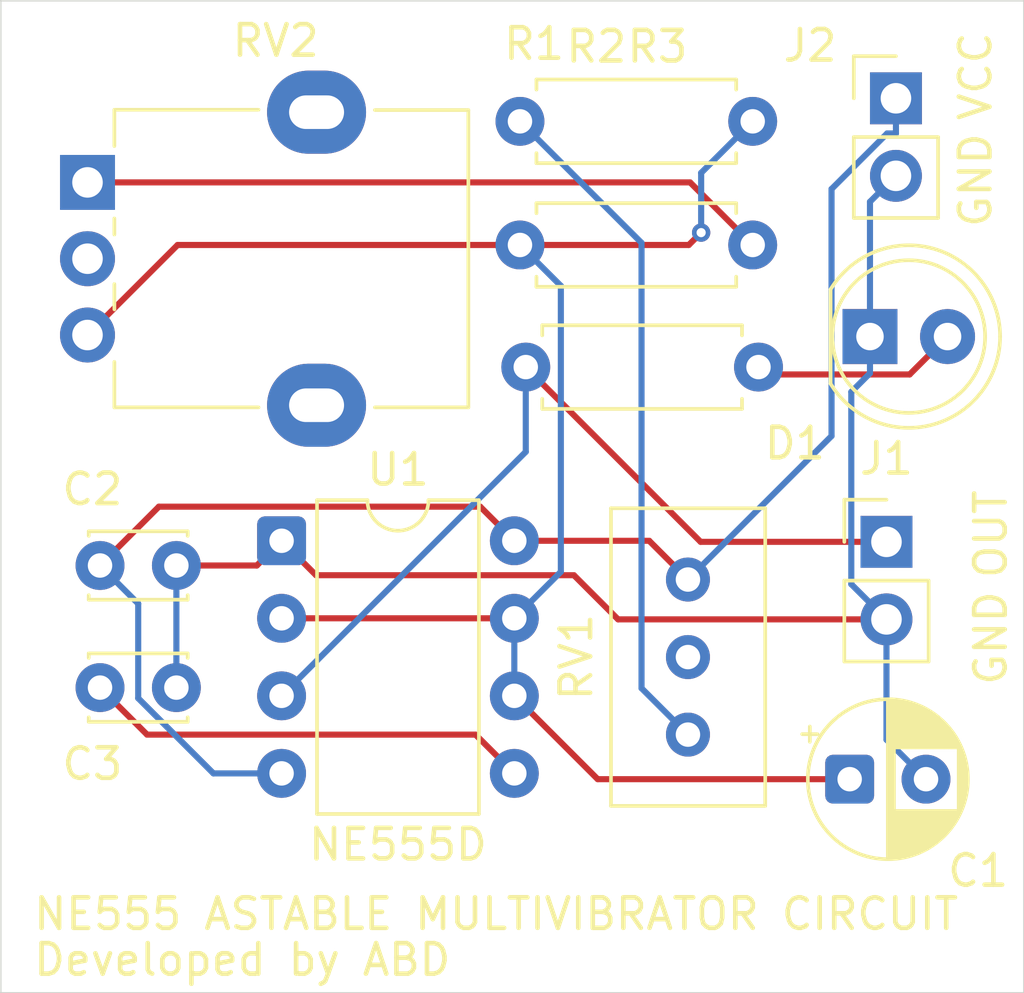
<source format=kicad_pcb>
(kicad_pcb (version 20241229) (generator "pcbnew") (generator_version "9.0")
  (layers (0 "F.Cu" signal) (2 "B.Cu" signal) (13 "F.Paste" user) (15 "B.Paste" user) (5 "F.SilkS" user "F.Silkscreen") (7 "B.SilkS" user "B.Silkscreen") (1 "F.Mask" user) (3 "B.Mask" user) (25 "Edge.Cuts" user))
  (net 0 "")
  (net 1 "GND")
  (net 2 "Net-(U1-DIS)")
  (net 3 "VCC")
  (net 4 "Net-(U1-CV)")
  (net 5 "Net-(R1-Pad1)")
  (net 6 "Net-(R2-Pad2)")
  (net 7 "Out")
  (net 10 "Net-(D1-A)")
  (footprint "Resistor_THT:R_Axial_DIN0207_L6.3mm_D2.5mm_P7.62mm_Horizontal" (layer "F.Cu") (at 131 83.5)
    (property "Reference" "R2" (at 2.5 -6.5 0) (layer "F.SilkS"))
    (property "Value" "1kohm" (hide yes))
    (fp_line (start 0.54 -1.37) (end 7.08 -1.37) (stroke (width 0.12)) (layer "F.SilkS"))
    (fp_line (start 0.54 -1.04) (end 0.54 -1.37) (stroke (width 0.12)) (layer "F.SilkS"))
    (fp_line (start 0.54 1.04) (end 0.54 1.37) (stroke (width 0.12)) (layer "F.SilkS"))
    (fp_line (start 0.54 1.37) (end 7.08 1.37) (stroke (width 0.12)) (layer "F.SilkS"))
    (fp_line (start 7.08 -1.37) (end 7.08 -1.04) (stroke (width 0.12)) (layer "F.SilkS"))
    (fp_line (start 7.08 1.37) (end 7.08 1.04) (stroke (width 0.12)) (layer "F.SilkS"))
    (pad "1" thru_hole circle (at 0 0) (size 1.6 1.6) (drill 0.8) (layers "*.Cu" "*.Mask") (net 2 "Net-(U1-DIS)"))
    (pad "2" thru_hole circle (at 7.62 0) (size 1.6 1.6) (drill 0.8) (layers "*.Cu" "*.Mask") (net 6 "Net-(R2-Pad2)"))
  )
  (footprint "Potentiometer_THT:Potentiometer_Bourns_3296W_Vertical" (layer "F.Cu") (at 136.5 94.46 90)
    (property "Reference" "RV1" (at -2.54 -3.66 90) (layer "F.SilkS"))
    (property "Value" "R_Potentiometer_Trim" (hide yes))
    (fp_line (start 2.335 -2.52) (end 2.335 2.53) (stroke (width 0.12)) (layer "F.SilkS"))
    (fp_line (start -7.415 -2.52) (end 2.335 -2.52) (stroke (width 0.12)) (layer "F.SilkS"))
    (fp_line (start 2.335 2.53) (end -7.415 2.53) (stroke (width 0.12)) (layer "F.SilkS"))
    (fp_line (start -7.415 2.53) (end -7.415 -2.52) (stroke (width 0.12)) (layer "F.SilkS"))
    (pad "1" thru_hole circle (at 0 0 90) (size 1.44 1.44) (drill 0.8) (layers "*.Cu" "*.Mask") (net 3 "VCC"))
    (pad "2" thru_hole circle (at -2.54 0 90) (size 1.44 1.44) (drill 0.8) (layers "*.Cu" "*.Mask"))
    (pad "3" thru_hole circle (at -5.08 0 90) (size 1.44 1.44) (drill 0.8) (layers "*.Cu" "*.Mask") (net 5 "Net-(R1-Pad1)"))
  )
  (footprint "Package_DIP:DIP-8_W7.62mm" (layer "F.Cu") (at 123.195 93.19)
    (property "Reference" "U1" (at 3.81 -2.33 0) (layer "F.SilkS"))
    (property "Value" "NE555D" (at 3.81 9.95 0) (layer "F.SilkS"))
    (fp_line (start 1.16 -1.33) (end 1.16 8.95) (stroke (width 0.12)) (layer "F.SilkS"))
    (fp_line (start 1.16 8.95) (end 6.46 8.95) (stroke (width 0.12)) (layer "F.SilkS"))
    (fp_line (start 2.81 -1.33) (end 1.16 -1.33) (stroke (width 0.12)) (layer "F.SilkS"))
    (fp_line (start 6.46 -1.33) (end 4.81 -1.33) (stroke (width 0.12)) (layer "F.SilkS"))
    (fp_line (start 6.46 8.95) (end 6.46 -1.33) (stroke (width 0.12)) (layer "F.SilkS"))
    (fp_arc (start 4.81 -1.33) (mid 3.81 -0.33) (end 2.81 -1.33) (stroke (width 0.12)) (layer "F.SilkS"))
    (pad "1" thru_hole roundrect (at 0 0) (size 1.6 1.6) (drill 0.8) (layers "*.Cu" "*.Mask") (roundrect_rratio 0.15625) (net 1 "GND"))
    (pad "2" thru_hole circle (at 0 2.54) (size 1.6 1.6) (drill 0.8) (layers "*.Cu" "*.Mask") (net 2 "Net-(U1-DIS)"))
    (pad "3" thru_hole circle (at 0 5.08) (size 1.6 1.6) (drill 0.8) (layers "*.Cu" "*.Mask") (net 7 "Out"))
    (pad "4" thru_hole circle (at 0 7.62) (size 1.6 1.6) (drill 0.8) (layers "*.Cu" "*.Mask") (net 3 "VCC"))
    (pad "5" thru_hole circle (at 7.62 7.62) (size 1.6 1.6) (drill 0.8) (layers "*.Cu" "*.Mask") (net 4 "Net-(U1-CV)"))
    (pad "6" thru_hole circle (at 7.62 5.08) (size 1.6 1.6) (drill 0.8) (layers "*.Cu" "*.Mask") (net 2 "Net-(U1-DIS)"))
    (pad "7" thru_hole circle (at 7.62 2.54) (size 1.6 1.6) (drill 0.8) (layers "*.Cu" "*.Mask") (net 2 "Net-(U1-DIS)"))
    (pad "8" thru_hole circle (at 7.62 0) (size 1.6 1.6) (drill 0.8) (layers "*.Cu" "*.Mask") (net 3 "VCC"))
  )
  (footprint "Capacitor_THT:C_Disc_D3.0mm_W2.0mm_P2.50mm" (layer "F.Cu") (at 117.25 98)
    (property "Reference" "C3" (at -0.25 2.5 0) (layer "F.SilkS"))
    (property "Value" "10nF" (hide yes))
    (fp_line (start -0.37 -1.12) (end 2.87 -1.12) (stroke (width 0.12)) (layer "F.SilkS"))
    (fp_line (start -0.37 -0.972) (end -0.37 -1.12) (stroke (width 0.12)) (layer "F.SilkS"))
    (fp_line (start -0.37 1.12) (end -0.37 0.972) (stroke (width 0.12)) (layer "F.SilkS"))
    (fp_line (start 2.87 -1.12) (end 2.87 -0.972) (stroke (width 0.12)) (layer "F.SilkS"))
    (fp_line (start 2.87 0.972) (end 2.87 1.12) (stroke (width 0.12)) (layer "F.SilkS"))
    (fp_line (start 2.87 1.12) (end -0.37 1.12) (stroke (width 0.12)) (layer "F.SilkS"))
    (pad "1" thru_hole circle (at 0 0) (size 1.6 1.6) (drill 0.8) (layers "*.Cu" "*.Mask") (net 4 "Net-(U1-CV)"))
    (pad "2" thru_hole circle (at 2.5 0) (size 1.6 1.6) (drill 0.8) (layers "*.Cu" "*.Mask") (net 1 "GND"))
  )
  (footprint "Connector_PinHeader_2.54mm:PinHeader_1x02_P2.54mm_Vertical" (layer "F.Cu") (at 143 93.225)
    (property "Reference" "J1" (at 0 -2.725 0) (layer "F.SilkS"))
    (property "Value" "Conn_01x02_Pin" (hide yes))
    (fp_line (start -1.38 -1.38) (end 0 -1.38) (stroke (width 0.12)) (layer "F.SilkS"))
    (fp_line (start -1.38 0) (end -1.38 -1.38) (stroke (width 0.12)) (layer "F.SilkS"))
    (fp_line (start -1.38 1.27) (end -1.38 3.92) (stroke (width 0.12)) (layer "F.SilkS"))
    (fp_line (start -1.38 1.27) (end 1.38 1.27) (stroke (width 0.12)) (layer "F.SilkS"))
    (fp_line (start -1.38 3.92) (end 1.38 3.92) (stroke (width 0.12)) (layer "F.SilkS"))
    (fp_line (start 1.38 1.27) (end 1.38 3.92) (stroke (width 0.12)) (layer "F.SilkS"))
    (pad "1" thru_hole rect (at 0 0) (size 1.7 1.7) (drill 1) (layers "*.Cu" "*.Mask") (net 7 "Out"))
    (pad "2" thru_hole circle (at 0 2.54) (size 1.7 1.7) (drill 1) (layers "*.Cu" "*.Mask") (net 1 "GND"))
  )
  (footprint "LED_THT:LED_D5.0mm" (layer "F.Cu") (at 142.46 86.5)
    (property "Reference" "D1" (at -2.46 3.5 0) (layer "F.SilkS"))
    (property "Value" "LED")
    (fp_line (start -1.29 -1.545) (end -1.29 1.545) (stroke (width 0.12)) (layer "F.SilkS"))
    (fp_arc (start -1.29 -1.54483) (mid 2.071779 -2.880495) (end 4.26 0) (stroke (width 0.12)) (layer "F.SilkS"))
    (fp_arc (start 4.26 0) (mid 2.071779 2.880495) (end -1.29 1.54483) (stroke (width 0.12)) (layer "F.SilkS"))
    (fp_circle (center 1.27 0) (end 3.77 0) (stroke (width 0.12)) (fill no) (layer "F.SilkS"))
    (pad "1" thru_hole rect (at 0 0) (size 1.8 1.8) (drill 0.9) (layers "*.Cu" "*.Mask") (net 1 "GND"))
    (pad "2" thru_hole circle (at 2.54 0) (size 1.8 1.8) (drill 0.9) (layers "*.Cu" "*.Mask") (net 10 "Net-(D1-A)"))
  )
  (footprint "Capacitor_THT:CP_Radial_D5.0mm_P2.50mm" (layer "F.Cu") (at 141.7949 101)
    (property "Reference" "C1" (at 4.2051 3 0) (layer "F.SilkS"))
    (property "Value" "10nF" (hide yes))
    (fp_line (start -1.554775 -1.475) (end -1.054775 -1.475) (stroke (width 0.12)) (layer "F.SilkS"))
    (fp_line (start -1.304775 -1.725) (end -1.304775 -1.225) (stroke (width 0.12)) (layer "F.SilkS"))
    (fp_line (start 1.25 -2.58) (end 1.25 2.58) (stroke (width 0.12)) (layer "F.SilkS"))
    (fp_line (start 1.29 -2.58) (end 1.29 2.58) (stroke (width 0.12)) (layer "F.SilkS"))
    (fp_line (start 1.33 -2.579) (end 1.33 2.579) (stroke (width 0.12)) (layer "F.SilkS"))
    (fp_line (start 1.37 -2.577) (end 1.37 2.577) (stroke (width 0.12)) (layer "F.SilkS"))
    (fp_line (start 1.41 -2.575) (end 1.41 2.575) (stroke (width 0.12)) (layer "F.SilkS"))
    (fp_line (start 1.45 -2.572) (end 1.45 2.572) (stroke (width 0.12)) (layer "F.SilkS"))
    (fp_line (start 1.49 -2.569) (end 1.49 -1.04) (stroke (width 0.12)) (layer "F.SilkS"))
    (fp_line (start 1.49 1.04) (end 1.49 2.569) (stroke (width 0.12)) (layer "F.SilkS"))
    (fp_line (start 1.53 -2.565) (end 1.53 -1.04) (stroke (width 0.12)) (layer "F.SilkS"))
    (fp_line (start 1.53 1.04) (end 1.53 2.565) (stroke (width 0.12)) (layer "F.SilkS"))
    (fp_line (start 1.57 -2.56) (end 1.57 -1.04) (stroke (width 0.12)) (layer "F.SilkS"))
    (fp_line (start 1.57 1.04) (end 1.57 2.56) (stroke (width 0.12)) (layer "F.SilkS"))
    (fp_line (start 1.61 -2.555) (end 1.61 -1.04) (stroke (width 0.12)) (layer "F.SilkS"))
    (fp_line (start 1.61 1.04) (end 1.61 2.555) (stroke (width 0.12)) (layer "F.SilkS"))
    (fp_line (start 1.65 -2.549) (end 1.65 -1.04) (stroke (width 0.12)) (layer "F.SilkS"))
    (fp_line (start 1.65 1.04) (end 1.65 2.549) (stroke (width 0.12)) (layer "F.SilkS"))
    (fp_line (start 1.69 -2.543) (end 1.69 -1.04) (stroke (width 0.12)) (layer "F.SilkS"))
    (fp_line (start 1.69 1.04) (end 1.69 2.543) (stroke (width 0.12)) (layer "F.SilkS"))
    (fp_line (start 1.73 -2.536) (end 1.73 -1.04) (stroke (width 0.12)) (layer "F.SilkS"))
    (fp_line (start 1.73 1.04) (end 1.73 2.536) (stroke (width 0.12)) (layer "F.SilkS"))
    (fp_line (start 1.77 -2.528) (end 1.77 -1.04) (stroke (width 0.12)) (layer "F.SilkS"))
    (fp_line (start 1.77 1.04) (end 1.77 2.528) (stroke (width 0.12)) (layer "F.SilkS"))
    (fp_line (start 1.81 -2.519) (end 1.81 -1.04) (stroke (width 0.12)) (layer "F.SilkS"))
    (fp_line (start 1.81 1.04) (end 1.81 2.519) (stroke (width 0.12)) (layer "F.SilkS"))
    (fp_line (start 1.85 -2.51) (end 1.85 -1.04) (stroke (width 0.12)) (layer "F.SilkS"))
    (fp_line (start 1.85 1.04) (end 1.85 2.51) (stroke (width 0.12)) (layer "F.SilkS"))
    (fp_line (start 1.89 -2.501) (end 1.89 -1.04) (stroke (width 0.12)) (layer "F.SilkS"))
    (fp_line (start 1.89 1.04) (end 1.89 2.501) (stroke (width 0.12)) (layer "F.SilkS"))
    (fp_line (start 1.93 -2.49) (end 1.93 -1.04) (stroke (width 0.12)) (layer "F.SilkS"))
    (fp_line (start 1.93 1.04) (end 1.93 2.49) (stroke (width 0.12)) (layer "F.SilkS"))
    (fp_line (start 1.97 -2.479) (end 1.97 -1.04) (stroke (width 0.12)) (layer "F.SilkS"))
    (fp_line (start 1.97 1.04) (end 1.97 2.479) (stroke (width 0.12)) (layer "F.SilkS"))
    (fp_line (start 2.01 -2.467) (end 2.01 -1.04) (stroke (width 0.12)) (layer "F.SilkS"))
    (fp_line (start 2.01 1.04) (end 2.01 2.467) (stroke (width 0.12)) (layer "F.SilkS"))
    (fp_line (start 2.05 -2.455) (end 2.05 -1.04) (stroke (width 0.12)) (layer "F.SilkS"))
    (fp_line (start 2.05 1.04) (end 2.05 2.455) (stroke (width 0.12)) (layer "F.SilkS"))
    (fp_line (start 2.09 -2.442) (end 2.09 -1.04) (stroke (width 0.12)) (layer "F.SilkS"))
    (fp_line (start 2.09 1.04) (end 2.09 2.442) (stroke (width 0.12)) (layer "F.SilkS"))
    (fp_line (start 2.13 -2.428) (end 2.13 -1.04) (stroke (width 0.12)) (layer "F.SilkS"))
    (fp_line (start 2.13 1.04) (end 2.13 2.428) (stroke (width 0.12)) (layer "F.SilkS"))
    (fp_line (start 2.17 -2.413) (end 2.17 -1.04) (stroke (width 0.12)) (layer "F.SilkS"))
    (fp_line (start 2.17 1.04) (end 2.17 2.413) (stroke (width 0.12)) (layer "F.SilkS"))
    (fp_line (start 2.21 -2.398) (end 2.21 -1.04) (stroke (width 0.12)) (layer "F.SilkS"))
    (fp_line (start 2.21 1.04) (end 2.21 2.398) (stroke (width 0.12)) (layer "F.SilkS"))
    (fp_line (start 2.25 -2.382) (end 2.25 -1.04) (stroke (width 0.12)) (layer "F.SilkS"))
    (fp_line (start 2.25 1.04) (end 2.25 2.382) (stroke (width 0.12)) (layer "F.SilkS"))
    (fp_line (start 2.29 -2.365) (end 2.29 -1.04) (stroke (width 0.12)) (layer "F.SilkS"))
    (fp_line (start 2.29 1.04) (end 2.29 2.365) (stroke (width 0.12)) (layer "F.SilkS"))
    (fp_line (start 2.33 -2.347) (end 2.33 -1.04) (stroke (width 0.12)) (layer "F.SilkS"))
    (fp_line (start 2.33 1.04) (end 2.33 2.347) (stroke (width 0.12)) (layer "F.SilkS"))
    (fp_line (start 2.37 -2.329) (end 2.37 -1.04) (stroke (width 0.12)) (layer "F.SilkS"))
    (fp_line (start 2.37 1.04) (end 2.37 2.329) (stroke (width 0.12)) (layer "F.SilkS"))
    (fp_line (start 2.41 -2.309) (end 2.41 -1.04) (stroke (width 0.12)) (layer "F.SilkS"))
    (fp_line (start 2.41 1.04) (end 2.41 2.309) (stroke (width 0.12)) (layer "F.SilkS"))
    (fp_line (start 2.45 -2.289) (end 2.45 -1.04) (stroke (width 0.12)) (layer "F.SilkS"))
    (fp_line (start 2.45 1.04) (end 2.45 2.289) (stroke (width 0.12)) (layer "F.SilkS"))
    (fp_line (start 2.49 -2.268) (end 2.49 -1.04) (stroke (width 0.12)) (layer "F.SilkS"))
    (fp_line (start 2.49 1.04) (end 2.49 2.268) (stroke (width 0.12)) (layer "F.SilkS"))
    (fp_line (start 2.53 -2.246) (end 2.53 -1.04) (stroke (width 0.12)) (layer "F.SilkS"))
    (fp_line (start 2.53 1.04) (end 2.53 2.246) (stroke (width 0.12)) (layer "F.SilkS"))
    (fp_line (start 2.57 -2.223) (end 2.57 -1.04) (stroke (width 0.12)) (layer "F.SilkS"))
    (fp_line (start 2.57 1.04) (end 2.57 2.223) (stroke (width 0.12)) (layer "F.SilkS"))
    (fp_line (start 2.61 -2.199) (end 2.61 -1.04) (stroke (width 0.12)) (layer "F.SilkS"))
    (fp_line (start 2.61 1.04) (end 2.61 2.199) (stroke (width 0.12)) (layer "F.SilkS"))
    (fp_line (start 2.65 -2.175) (end 2.65 -1.04) (stroke (width 0.12)) (layer "F.SilkS"))
    (fp_line (start 2.65 1.04) (end 2.65 2.175) (stroke (width 0.12)) (layer "F.SilkS"))
    (fp_line (start 2.69 -2.149) (end 2.69 -1.04) (stroke (width 0.12)) (layer "F.SilkS"))
    (fp_line (start 2.69 1.04) (end 2.69 2.149) (stroke (width 0.12)) (layer "F.SilkS"))
    (fp_line (start 2.73 -2.122) (end 2.73 -1.04) (stroke (width 0.12)) (layer "F.SilkS"))
    (fp_line (start 2.73 1.04) (end 2.73 2.122) (stroke (width 0.12)) (layer "F.SilkS"))
    (fp_line (start 2.77 -2.094) (end 2.77 -1.04) (stroke (width 0.12)) (layer "F.SilkS"))
    (fp_line (start 2.77 1.04) (end 2.77 2.094) (stroke (width 0.12)) (layer "F.SilkS"))
    (fp_line (start 2.81 -2.065) (end 2.81 -1.04) (stroke (width 0.12)) (layer "F.SilkS"))
    (fp_line (start 2.81 1.04) (end 2.81 2.065) (stroke (width 0.12)) (layer "F.SilkS"))
    (fp_line (start 2.85 -2.035) (end 2.85 -1.04) (stroke (width 0.12)) (layer "F.SilkS"))
    (fp_line (start 2.85 1.04) (end 2.85 2.035) (stroke (width 0.12)) (layer "F.SilkS"))
    (fp_line (start 2.89 -2.003) (end 2.89 -1.04) (stroke (width 0.12)) (layer "F.SilkS"))
    (fp_line (start 2.89 1.04) (end 2.89 2.003) (stroke (width 0.12)) (layer "F.SilkS"))
    (fp_line (start 2.93 -1.97) (end 2.93 -1.04) (stroke (width 0.12)) (layer "F.SilkS"))
    (fp_line (start 2.93 1.04) (end 2.93 1.97) (stroke (width 0.12)) (layer "F.SilkS"))
    (fp_line (start 2.97 -1.936) (end 2.97 -1.04) (stroke (width 0.12)) (layer "F.SilkS"))
    (fp_line (start 2.97 1.04) (end 2.97 1.936) (stroke (width 0.12)) (layer "F.SilkS"))
    (fp_line (start 3.01 -1.901) (end 3.01 -1.04) (stroke (width 0.12)) (layer "F.SilkS"))
    (fp_line (start 3.01 1.04) (end 3.01 1.901) (stroke (width 0.12)) (layer "F.SilkS"))
    (fp_line (start 3.05 -1.864) (end 3.05 -1.04) (stroke (width 0.12)) (layer "F.SilkS"))
    (fp_line (start 3.05 1.04) (end 3.05 1.864) (stroke (width 0.12)) (layer "F.SilkS"))
    (fp_line (start 3.09 -1.825) (end 3.09 -1.04) (stroke (width 0.12)) (layer "F.SilkS"))
    (fp_line (start 3.09 1.04) (end 3.09 1.825) (stroke (width 0.12)) (layer "F.SilkS"))
    (fp_line (start 3.13 -1.785) (end 3.13 -1.04) (stroke (width 0.12)) (layer "F.SilkS"))
    (fp_line (start 3.13 1.04) (end 3.13 1.785) (stroke (width 0.12)) (layer "F.SilkS"))
    (fp_line (start 3.17 -1.743) (end 3.17 -1.04) (stroke (width 0.12)) (layer "F.SilkS"))
    (fp_line (start 3.17 1.04) (end 3.17 1.743) (stroke (width 0.12)) (layer "F.SilkS"))
    (fp_line (start 3.21 -1.699) (end 3.21 -1.04) (stroke (width 0.12)) (layer "F.SilkS"))
    (fp_line (start 3.21 1.04) (end 3.21 1.699) (stroke (width 0.12)) (layer "F.SilkS"))
    (fp_line (start 3.25 -1.652) (end 3.25 -1.04) (stroke (width 0.12)) (layer "F.SilkS"))
    (fp_line (start 3.25 1.04) (end 3.25 1.652) (stroke (width 0.12)) (layer "F.SilkS"))
    (fp_line (start 3.29 -1.604) (end 3.29 -1.04) (stroke (width 0.12)) (layer "F.SilkS"))
    (fp_line (start 3.29 1.04) (end 3.29 1.604) (stroke (width 0.12)) (layer "F.SilkS"))
    (fp_line (start 3.33 -1.553) (end 3.33 -1.04) (stroke (width 0.12)) (layer "F.SilkS"))
    (fp_line (start 3.33 1.04) (end 3.33 1.553) (stroke (width 0.12)) (layer "F.SilkS"))
    (fp_line (start 3.37 -1.499) (end 3.37 -1.04) (stroke (width 0.12)) (layer "F.SilkS"))
    (fp_line (start 3.37 1.04) (end 3.37 1.499) (stroke (width 0.12)) (layer "F.SilkS"))
    (fp_line (start 3.41 -1.443) (end 3.41 -1.04) (stroke (width 0.12)) (layer "F.SilkS"))
    (fp_line (start 3.41 1.04) (end 3.41 1.443) (stroke (width 0.12)) (layer "F.SilkS"))
    (fp_line (start 3.45 -1.383) (end 3.45 -1.04) (stroke (width 0.12)) (layer "F.SilkS"))
    (fp_line (start 3.45 1.04) (end 3.45 1.383) (stroke (width 0.12)) (layer "F.SilkS"))
    (fp_line (start 3.49 -1.319) (end 3.49 -1.04) (stroke (width 0.12)) (layer "F.SilkS"))
    (fp_line (start 3.49 1.04) (end 3.49 1.319) (stroke (width 0.12)) (layer "F.SilkS"))
    (fp_line (start 3.53 -1.251) (end 3.53 -1.04) (stroke (width 0.12)) (layer "F.SilkS"))
    (fp_line (start 3.53 1.04) (end 3.53 1.251) (stroke (width 0.12)) (layer "F.SilkS"))
    (fp_line (start 3.57 -1.177) (end 3.57 1.177) (stroke (width 0.12)) (layer "F.SilkS"))
    (fp_line (start 3.61 -1.098) (end 3.61 1.098) (stroke (width 0.12)) (layer "F.SilkS"))
    (fp_line (start 3.65 -1.011) (end 3.65 1.011) (stroke (width 0.12)) (layer "F.SilkS"))
    (fp_line (start 3.69 -0.914) (end 3.69 0.914) (stroke (width 0.12)) (layer "F.SilkS"))
    (fp_line (start 3.73 -0.805) (end 3.73 0.805) (stroke (width 0.12)) (layer "F.SilkS"))
    (fp_line (start 3.77 -0.677) (end 3.77 0.677) (stroke (width 0.12)) (layer "F.SilkS"))
    (fp_line (start 3.81 -0.517) (end 3.81 0.517) (stroke (width 0.12)) (layer "F.SilkS"))
    (fp_line (start 3.85 -0.283) (end 3.85 0.283) (stroke (width 0.12)) (layer "F.SilkS"))
    (fp_circle (center 1.25 0) (end 3.87 0) (stroke (width 0.12)) (fill no) (layer "F.SilkS"))
    (pad "1" thru_hole roundrect (at 0 0) (size 1.6 1.6) (drill 0.8) (layers "*.Cu" "*.Mask") (roundrect_rratio 0.15625) (net 2 "Net-(U1-DIS)"))
    (pad "2" thru_hole circle (at 2.5 0) (size 1.6 1.6) (drill 0.8) (layers "*.Cu" "*.Mask") (net 1 "GND"))
  )
  (footprint "Resistor_THT:R_Axial_DIN0207_L6.3mm_D2.5mm_P7.62mm_Horizontal" (layer "F.Cu") (at 131 79.45)
    (property "Reference" "R1" (at 0.46 -2.54 0) (layer "F.SilkS"))
    (property "Value" "1kohm" (hide yes))
    (fp_line (start 0.54 -1.37) (end 7.08 -1.37) (stroke (width 0.12)) (layer "F.SilkS"))
    (fp_line (start 0.54 -1.04) (end 0.54 -1.37) (stroke (width 0.12)) (layer "F.SilkS"))
    (fp_line (start 0.54 1.04) (end 0.54 1.37) (stroke (width 0.12)) (layer "F.SilkS"))
    (fp_line (start 0.54 1.37) (end 7.08 1.37) (stroke (width 0.12)) (layer "F.SilkS"))
    (fp_line (start 7.08 -1.37) (end 7.08 -1.04) (stroke (width 0.12)) (layer "F.SilkS"))
    (fp_line (start 7.08 1.37) (end 7.08 1.04) (stroke (width 0.12)) (layer "F.SilkS"))
    (pad "1" thru_hole circle (at 0 0) (size 1.6 1.6) (drill 0.8) (layers "*.Cu" "*.Mask") (net 5 "Net-(R1-Pad1)"))
    (pad "2" thru_hole circle (at 7.62 0) (size 1.6 1.6) (drill 0.8) (layers "*.Cu" "*.Mask") (net 2 "Net-(U1-DIS)"))
  )
  (footprint "Capacitor_THT:C_Disc_D3.0mm_W2.0mm_P2.50mm" (layer "F.Cu") (at 117.25 94)
    (property "Reference" "C2" (at -0.25 -2.5 0) (layer "F.SilkS"))
    (property "Value" "100nF" (hide yes))
    (fp_line (start -0.37 -1.12) (end 2.87 -1.12) (stroke (width 0.12)) (layer "F.SilkS"))
    (fp_line (start -0.37 -0.972) (end -0.37 -1.12) (stroke (width 0.12)) (layer "F.SilkS"))
    (fp_line (start -0.37 1.12) (end -0.37 0.972) (stroke (width 0.12)) (layer "F.SilkS"))
    (fp_line (start 2.87 -1.12) (end 2.87 -0.972) (stroke (width 0.12)) (layer "F.SilkS"))
    (fp_line (start 2.87 0.972) (end 2.87 1.12) (stroke (width 0.12)) (layer "F.SilkS"))
    (fp_line (start 2.87 1.12) (end -0.37 1.12) (stroke (width 0.12)) (layer "F.SilkS"))
    (pad "1" thru_hole circle (at 0 0) (size 1.6 1.6) (drill 0.8) (layers "*.Cu" "*.Mask") (net 3 "VCC"))
    (pad "2" thru_hole circle (at 2.5 0) (size 1.6 1.6) (drill 0.8) (layers "*.Cu" "*.Mask") (net 1 "GND"))
  )
  (footprint "Potentiometer_THT:Potentiometer_Alpha_RD901F-40-00D_Single_Vertical" (layer "F.Cu") (at 116.84 81.45)
    (property "Reference" "RV2" (at 6.16 -4.64 180) (layer "F.SilkS"))
    (property "Value" "R_Potentiometer" (hide yes))
    (fp_line (start 0.88 -2.38) (end 5.6 -2.38) (stroke (width 0.12)) (layer "F.SilkS"))
    (fp_line (start 0.88 -1.19) (end 0.88 -2.37) (stroke (width 0.12)) (layer "F.SilkS"))
    (fp_line (start 0.88 1.71) (end 0.88 1.18) (stroke (width 0.12)) (layer "F.SilkS"))
    (fp_line (start 0.88 4.16) (end 0.88 3.33) (stroke (width 0.12)) (layer "F.SilkS"))
    (fp_line (start 0.88 7.37) (end 0.88 5.88) (stroke (width 0.12)) (layer "F.SilkS"))
    (fp_line (start 0.88 7.37) (end 5.6 7.37) (stroke (width 0.12)) (layer "F.SilkS"))
    (fp_line (start 9.41 -2.37) (end 12.47 -2.37) (stroke (width 0.12)) (layer "F.SilkS"))
    (fp_line (start 9.41 7.37) (end 12.47 7.37) (stroke (width 0.12)) (layer "F.SilkS"))
    (fp_line (start 12.47 7.37) (end 12.47 -2.37) (stroke (width 0.12)) (layer "F.SilkS"))
    (pad "" thru_hole oval (at 7.5 -2.3 90) (size 2.72 3.24) (drill oval 1.1 1.8) (layers "*.Cu" "*.Mask"))
    (pad "" thru_hole oval (at 7.5 7.3 90) (size 2.72 3.24) (drill oval 1.1 1.8) (layers "*.Cu" "*.Mask"))
    (pad "1" thru_hole rect (at 0 0 90) (size 1.8 1.8) (drill 1) (layers "*.Cu" "*.Mask") (net 6 "Net-(R2-Pad2)"))
    (pad "2" thru_hole circle (at 0 2.5 90) (size 1.8 1.8) (drill 1) (layers "*.Cu" "*.Mask"))
    (pad "3" thru_hole circle (at 0 5 90) (size 1.8 1.8) (drill 1) (layers "*.Cu" "*.Mask") (net 2 "Net-(U1-DIS)"))
  )
  (footprint "Connector_PinHeader_2.54mm:PinHeader_1x02_P2.54mm_Vertical" (layer "F.Cu") (at 143.31 78.695)
    (property "Reference" "J2" (at -2.81 -1.725 180) (layer "F.SilkS"))
    (property "Value" "Conn_01x02_Pin" (hide yes))
    (fp_line (start -1.38 -1.38) (end 0 -1.38) (stroke (width 0.12)) (layer "F.SilkS"))
    (fp_line (start -1.38 0) (end -1.38 -1.38) (stroke (width 0.12)) (layer "F.SilkS"))
    (fp_line (start -1.38 1.27) (end -1.38 3.92) (stroke (width 0.12)) (layer "F.SilkS"))
    (fp_line (start -1.38 1.27) (end 1.38 1.27) (stroke (width 0.12)) (layer "F.SilkS"))
    (fp_line (start -1.38 3.92) (end 1.38 3.92) (stroke (width 0.12)) (layer "F.SilkS"))
    (fp_line (start 1.38 1.27) (end 1.38 3.92) (stroke (width 0.12)) (layer "F.SilkS"))
    (pad "1" thru_hole rect (at 0 0) (size 1.7 1.7) (drill 1) (layers "*.Cu" "*.Mask") (net 3 "VCC"))
    (pad "2" thru_hole circle (at 0 2.54) (size 1.7 1.7) (drill 1) (layers "*.Cu" "*.Mask") (net 1 "GND"))
  )
  (footprint "Resistor_THT:R_Axial_DIN0207_L6.3mm_D2.5mm_P7.62mm_Horizontal" (layer "F.Cu") (at 131.19 87.5)
    (property "Reference" "R3" (at 4.31 -10.5 0) (layer "F.SilkS"))
    (property "Value" "1kohm" (hide yes))
    (fp_line (start 0.54 -1.37) (end 7.08 -1.37) (stroke (width 0.12)) (layer "F.SilkS"))
    (fp_line (start 0.54 -1.04) (end 0.54 -1.37) (stroke (width 0.12)) (layer "F.SilkS"))
    (fp_line (start 0.54 1.04) (end 0.54 1.37) (stroke (width 0.12)) (layer "F.SilkS"))
    (fp_line (start 0.54 1.37) (end 7.08 1.37) (stroke (width 0.12)) (layer "F.SilkS"))
    (fp_line (start 7.08 -1.37) (end 7.08 -1.04) (stroke (width 0.12)) (layer "F.SilkS"))
    (fp_line (start 7.08 1.37) (end 7.08 1.04) (stroke (width 0.12)) (layer "F.SilkS"))
    (pad "1" thru_hole circle (at 0 0) (size 1.6 1.6) (drill 0.8) (layers "*.Cu" "*.Mask") (net 7 "Out"))
    (pad "2" thru_hole circle (at 7.62 0) (size 1.6 1.6) (drill 0.8) (layers "*.Cu" "*.Mask") (net 10 "Net-(D1-A)"))
  )
  (gr_rect (start 114 75.5) (end 147.5 108) (stroke (width 0.05)) (fill no) (layer "Edge.Cuts"))
  (gr_text "Developed by ABD " (at 115 107.5 0) (layer "F.SilkS") (effects (font (size 1 1) (thickness 0.15) (bold yes)) (justify left bottom)))
  (gr_text "NE555 ASTABLE MULTIVIBRATOR CIRCUIT" (at 115 106 0) (layer "F.SilkS") (effects (font (size 1 1)) (justify left bottom)))
  (gr_text "GND" (at 147 98 90) (layer "F.SilkS") (effects (font (size 1 1) (thickness 0.15) (bold yes)) (justify left bottom)))
  (gr_text "OUT" (at 147 94.5 90) (layer "F.SilkS") (effects (font (size 1 1) (thickness 0.15) (bold yes)) (justify left bottom)))
  (gr_text "VCC" (at 146.5 79.5 90) (layer "F.SilkS") (effects (font (size 1 1) (thickness 0.15) (bold yes)) (justify left bottom)))
  (gr_text "GND" (at 146.5 83 90) (layer "F.SilkS") (effects (font (size 1 1) (thickness 0.15) (bold yes)) (justify left bottom)))
  (segment (start 132.7662 94.3184) (end 134.2128 95.765) (width 0.2) (layer "F.Cu") (net 1))
  (segment (start 124.3234 94.3184) (end 132.7662 94.3184) (width 0.2) (layer "F.Cu") (net 1))
  (segment (start 123.195 93.19) (end 124.3234 94.3184) (width 0.2) (layer "F.Cu") (net 1))
  (segment (start 122.385 94) (end 123.195 93.19) (width 0.2) (layer "F.Cu") (net 1))
  (segment (start 134.2128 95.765) (end 143 95.765) (width 0.2) (layer "F.Cu") (net 1))
  (segment (start 119.75 94) (end 122.385 94) (width 0.2) (layer "F.Cu") (net 1))
  (segment (start 142.46 86.55) (end 142.46 86.5) (width 0.2) (layer "B.Cu") (net 1))
  (segment (start 141.8483 94.6133) (end 141.8483 88.3134) (width 0.2) (layer "B.Cu") (net 1))
  (segment (start 119.75 98) (end 119.75 94) (width 0.2) (layer "B.Cu") (net 1))
  (segment (start 142.46 86.5) (end 142.46 82.085) (width 0.2) (layer "B.Cu") (net 1))
  (segment (start 142.46 86.55) (end 142.46 87.7017) (width 0.2) (layer "B.Cu") (net 1))
  (segment (start 142.46 82.085) (end 143.31 81.235) (width 0.2) (layer "B.Cu") (net 1))
  (segment (start 143 95.765) (end 141.8483 94.6133) (width 0.2) (layer "B.Cu") (net 1))
  (segment (start 143 99.7051) (end 143 95.765) (width 0.2) (layer "B.Cu") (net 1))
  (segment (start 141.8483 88.3134) (end 142.46 87.7017) (width 0.2) (layer "B.Cu") (net 1))
  (segment (start 144.2949 101) (end 143 99.7051) (width 0.2) (layer "B.Cu") (net 1))
  (segment (start 131 83.5) (end 136.5274 83.5) (width 0.2) (layer "F.Cu") (net 2))
  (segment (start 141.7949 101) (end 133.545 101) (width 0.2) (layer "F.Cu") (net 2))
  (segment (start 130.815 95.73) (end 123.195 95.73) (width 0.2) (layer "F.Cu") (net 2))
  (segment (start 136.5274 83.5) (end 136.9322 83.0952) (width 0.2) (layer "F.Cu") (net 2))
  (segment (start 133.545 101) (end 130.815 98.27) (width 0.2) (layer "F.Cu") (net 2))
  (segment (start 131 83.5) (end 119.79 83.5) (width 0.2) (layer "F.Cu") (net 2))
  (segment (start 119.79 83.5) (end 116.84 86.45) (width 0.2) (layer "F.Cu") (net 2))
  (via (at 136.9322 83.0952) (size 0.6) (drill 0.3) (layers "F.Cu" "B.Cu") (net 2))
  (segment (start 136.9322 81.1378) (end 138.62 79.45) (width 0.2) (layer "B.Cu") (net 2))
  (segment (start 132.3387 94.2063) (end 130.815 95.73) (width 0.2) (layer "B.Cu") (net 2))
  (segment (start 132.3387 84.8387) (end 132.3387 94.2063) (width 0.2) (layer "B.Cu") (net 2))
  (segment (start 131 83.5) (end 132.3387 84.8387) (width 0.2) (layer "B.Cu") (net 2))
  (segment (start 130.815 95.73) (end 130.815 98.27) (width 0.2) (layer "B.Cu") (net 2))
  (segment (start 136.9322 83.0952) (end 136.9322 81.1378) (width 0.2) (layer "B.Cu") (net 2))
  (segment (start 135.23 93.19) (end 136.5 94.46) (width 0.2) (layer "F.Cu") (net 3))
  (segment (start 119.1778 92.0722) (end 129.6972 92.0722) (width 0.2) (layer "F.Cu") (net 3))
  (segment (start 117.25 94) (end 119.1778 92.0722) (width 0.2) (layer "F.Cu") (net 3))
  (segment (start 130.815 93.19) (end 135.23 93.19) (width 0.2) (layer "F.Cu") (net 3))
  (segment (start 129.6972 92.0722) (end 130.815 93.19) (width 0.2) (layer "F.Cu") (net 3))
  (segment (start 118.5 98.3478) (end 118.5 95.25) (width 0.2) (layer "B.Cu") (net 3))
  (segment (start 123.195 100.81) (end 120.9622 100.81) (width 0.2) (layer "B.Cu") (net 3))
  (segment (start 141.2015 89.7585) (end 141.2015 81.6673) (width 0.2) (layer "B.Cu") (net 3))
  (segment (start 120.9622 100.81) (end 118.5 98.3478) (width 0.2) (layer "B.Cu") (net 3))
  (segment (start 118.5 95.25) (end 117.25 94) (width 0.2) (layer "B.Cu") (net 3))
  (segment (start 143.31 78.695) (end 143.31 79.8467) (width 0.2) (layer "B.Cu") (net 3))
  (segment (start 141.2015 81.6673) (end 143.0221 79.8467) (width 0.2) (layer "B.Cu") (net 3))
  (segment (start 136.5 94.46) (end 141.2015 89.7585) (width 0.2) (layer "B.Cu") (net 3))
  (segment (start 143.0221 79.8467) (end 143.31 79.8467) (width 0.2) (layer "B.Cu") (net 3))
  (segment (start 129.545 99.54) (end 130.815 100.81) (width 0.2) (layer "F.Cu") (net 4))
  (segment (start 117.25 98) (end 118.79 99.54) (width 0.2) (layer "F.Cu") (net 4))
  (segment (start 118.79 99.54) (end 129.545 99.54) (width 0.2) (layer "F.Cu") (net 4))
  (segment (start 134.9802 83.4302) (end 134.9802 98.0202) (width 0.2) (layer "B.Cu") (net 5))
  (segment (start 131 79.45) (end 134.9802 83.4302) (width 0.2) (layer "B.Cu") (net 5))
  (segment (start 134.9802 98.0202) (end 136.5 99.54) (width 0.2) (layer "B.Cu") (net 5))
  (segment (start 138.62 83.5) (end 136.57 81.45) (width 0.2) (layer "F.Cu") (net 6))
  (segment (start 136.57 81.45) (end 116.84 81.45) (width 0.2) (layer "F.Cu") (net 6))
  (segment (start 136.915 93.225) (end 143 93.225) (width 0.2) (layer "F.Cu") (net 7))
  (segment (start 131.19 87.5) (end 136.915 93.225) (width 0.2) (layer "F.Cu") (net 7))
  (segment (start 123.195 98.27) (end 131.19 90.275) (width 0.2) (layer "B.Cu") (net 7))
  (segment (start 131.19 90.275) (end 131.19 87.5) (width 0.2) (layer "B.Cu") (net 7))
  (segment (start 145 86.5) (end 143.7584 87.7416) (width 0.2) (layer "F.Cu") (net 10))
  (segment (start 143.7584 87.7416) (end 139.0516 87.7416) (width 0.2) (layer "F.Cu") (net 10))
  (segment (start 139.0516 87.7416) (end 138.81 87.5) (width 0.2) (layer "F.Cu") (net 10))
)
</source>
